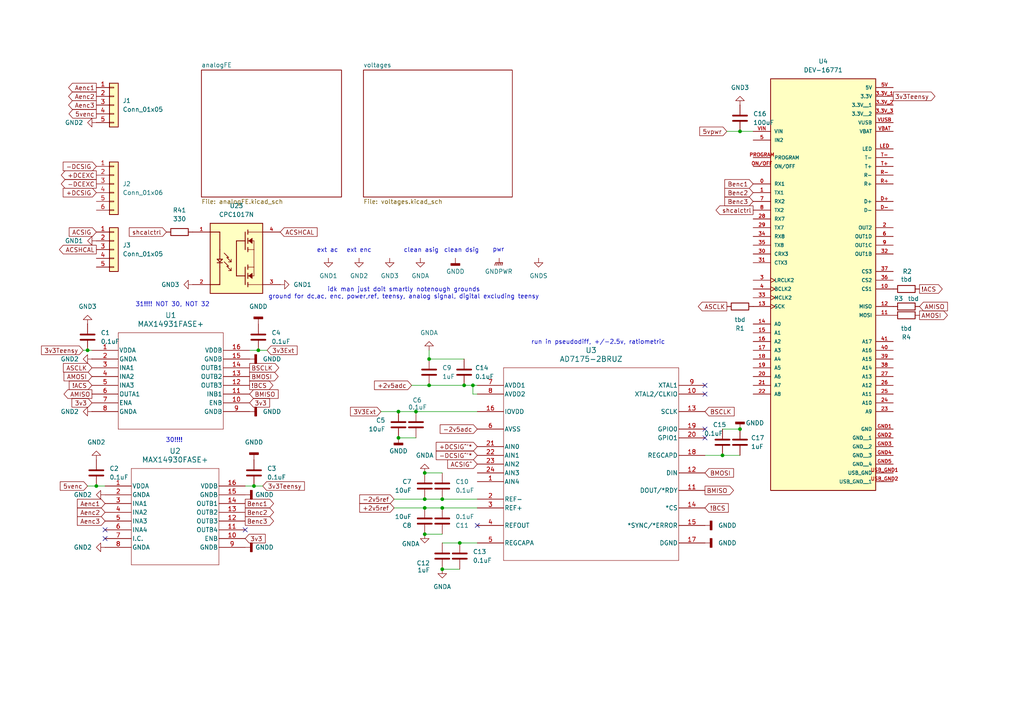
<source format=kicad_sch>
(kicad_sch (version 20231120) (generator "eeschema") (generator_version "8.0")
  (paper "A4")
  (lib_symbols
    (symbol "C_1" (pin_numbers hide) (pin_names (offset 0.254))
      (property "Reference" "C" (at 0.635 2.54 0))
      (property "Value" "C" (at 0.635 -2.54 0))
      (symbol "C_1_0_1"
        (polyline (pts (xy -2.032 -0.762) (xy 2.032 -0.762)) (stroke (width 0.508)))
        (polyline (pts (xy -2.032 0.762) (xy 2.032 0.762)) (stroke (width 0.508)))
      )
      (symbol "C_1_1_1"
        (pin passive line (at 0 3.81 270) (length 2.794) (name "~") (number "1"))
        (pin passive line (at 0 -3.81 90) (length 2.794) (name "~") (number "2"))
      )
    )
    (symbol "C_2" (pin_numbers hide) (pin_names (offset 0.254))
      (property "Reference" "C" (at 0.635 2.54 0))
      (property "Value" "C" (at 0.635 -2.54 0))
      (symbol "C_2_0_1"
        (polyline (pts (xy -2.032 -0.762) (xy 2.032 -0.762)) (stroke (width 0.508)))
        (polyline (pts (xy -2.032 0.762) (xy 2.032 0.762)) (stroke (width 0.508)))
      )
      (symbol "C_2_1_1"
        (pin passive line (at 0 3.81 270) (length 2.794) (name "~") (number "1"))
        (pin passive line (at 0 -3.81 90) (length 2.794) (name "~") (number "2"))
      )
    )
    (symbol "Connector_Generic:Conn_01x05" (pin_names (offset 1.016) hide)
      (property "Reference" "J" (at 0 7.62 0))
      (property "Value" "Conn_01x05" (at 0 -7.62 0))
      (symbol "Conn_01x05_1_1"
        (rectangle (start -1.27 -4.953) (end 0 -5.207) (stroke (width 0.1524)))
        (rectangle (start -1.27 -2.413) (end 0 -2.667) (stroke (width 0.1524)))
        (rectangle (start -1.27 0.127) (end 0 -0.127) (stroke (width 0.1524)))
        (rectangle (start -1.27 2.667) (end 0 2.413) (stroke (width 0.1524)))
        (rectangle (start -1.27 5.207) (end 0 4.953) (stroke (width 0.1524)))
        (rectangle (start -1.27 6.35) (end 1.27 -6.35) (stroke (width 0.254)) (fill (type background)))
        (pin passive line (at -5.08 5.08 0) (length 3.81) (name "Pin_1") (number "1"))
        (pin passive line (at -5.08 2.54 0) (length 3.81) (name "Pin_2") (number "2"))
        (pin passive line (at -5.08 0 0) (length 3.81) (name "Pin_3") (number "3"))
        (pin passive line (at -5.08 -2.54 0) (length 3.81) (name "Pin_4") (number "4"))
        (pin passive line (at -5.08 -5.08 0) (length 3.81) (name "Pin_5") (number "5"))
      )
    )
    (symbol "Connector_Generic:Conn_01x06" (pin_names (offset 1.016) hide)
      (property "Reference" "J" (at 0 7.62 0))
      (property "Value" "Conn_01x06" (at 0 -10.16 0))
      (symbol "Conn_01x06_1_1"
        (rectangle (start -1.27 -7.493) (end 0 -7.747) (stroke (width 0.1524)))
        (rectangle (start -1.27 -4.953) (end 0 -5.207) (stroke (width 0.1524)))
        (rectangle (start -1.27 -2.413) (end 0 -2.667) (stroke (width 0.1524)))
        (rectangle (start -1.27 0.127) (end 0 -0.127) (stroke (width 0.1524)))
        (rectangle (start -1.27 2.667) (end 0 2.413) (stroke (width 0.1524)))
        (rectangle (start -1.27 5.207) (end 0 4.953) (stroke (width 0.1524)))
        (rectangle (start -1.27 6.35) (end 1.27 -8.89) (stroke (width 0.254)) (fill (type background)))
        (pin passive line (at -5.08 5.08 0) (length 3.81) (name "Pin_1") (number "1"))
        (pin passive line (at -5.08 2.54 0) (length 3.81) (name "Pin_2") (number "2"))
        (pin passive line (at -5.08 0 0) (length 3.81) (name "Pin_3") (number "3"))
        (pin passive line (at -5.08 -2.54 0) (length 3.81) (name "Pin_4") (number "4"))
        (pin passive line (at -5.08 -5.08 0) (length 3.81) (name "Pin_5") (number "5"))
        (pin passive line (at -5.08 -7.62 0) (length 3.81) (name "Pin_6") (number "6"))
      )
    )
    (symbol "Device:C" (pin_numbers hide) (pin_names (offset 0.254))
      (property "Reference" "C" (at 0.635 2.54 0))
      (property "Value" "C" (at 0.635 -2.54 0))
      (symbol "C_0_1"
        (polyline (pts (xy -2.032 -0.762) (xy 2.032 -0.762)) (stroke (width 0.508)))
        (polyline (pts (xy -2.032 0.762) (xy 2.032 0.762)) (stroke (width 0.508)))
      )
      (symbol "C_1_1"
        (pin passive line (at 0 3.81 270) (length 2.794) (name "~") (number "1"))
        (pin passive line (at 0 -3.81 90) (length 2.794) (name "~") (number "2"))
      )
    )
    (symbol "Device:R" (pin_numbers hide) (pin_names (offset 0))
      (property "Reference" "R" (at 2.032 0 90))
      (property "Value" "R" (at 0 0 90))
      (symbol "R_0_1"
        (rectangle (start -1.016 -2.54) (end 1.016 2.54) (stroke (width 0.254)))
      )
      (symbol "R_1_1"
        (pin passive line (at 0 3.81 270) (length 1.27) (name "~") (number "1"))
        (pin passive line (at 0 -3.81 90) (length 1.27) (name "~") (number "2"))
      )
    )
    (symbol "GNDA_1" (power) (pin_numbers hide) (pin_names (offset 0) hide)
      (property "Value" "GNDA" (at 0 -3.81 0))
      (symbol "GNDA_1_0_1"
        (polyline (pts (xy 0 0) (xy 0 -1.27) (xy 1.27 -1.27) (xy 0 -2.54) (xy -1.27 -1.27) (xy 0 -1.27)))
      )
      (symbol "GNDA_1_1_1"
        (pin power_in line (at 0 0 270) (length 0) (name "~") (number "1"))
      )
    )
    (symbol "GNDD_1" (power) (pin_numbers hide) (pin_names (offset 0) hide)
      (property "Value" "GNDD" (at 0 -3.175 0))
      (symbol "GNDD_1_0_1"
        (rectangle (start -1.27 -1.524) (end 1.27 -2.032) (stroke (width 0.254)) (fill (type outline)))
        (polyline (pts (xy 0 0) (xy 0 -1.524)))
      )
      (symbol "GNDD_1_1_1"
        (pin power_in line (at 0 0 270) (length 0) (name "~") (number "1"))
      )
    )
    (symbol "dyno_inst_sym:AD7175-2BRUZ" (pin_names (offset 0.254))
      (property "Reference" "U" (at 33.02 10.16 0))
      (property "Value" "AD7175-2BRUZ" (at 33.02 7.62 0))
      (symbol "AD7175-2BRUZ_0_1"
        (polyline (pts (xy 7.62 -50.8) (xy 58.42 -50.8)) (stroke (width 0.127)))
        (polyline (pts (xy 7.62 5.08) (xy 7.62 -50.8)) (stroke (width 0.127)))
        (polyline (pts (xy 58.42 -50.8) (xy 58.42 5.08)) (stroke (width 0.127)))
        (polyline (pts (xy 58.42 5.08) (xy 7.62 5.08)) (stroke (width 0.127)))
        (pin unspecified line (at 0 -27.94 0) (length 7.62) (name "AIN4") (number "1"))
        (pin unspecified line (at 66.04 -2.54 180) (length 7.62) (name "XTAL2/CLKIO") (number "10"))
        (pin unspecified line (at 66.04 -30.48 180) (length 7.62) (name "DOUT/*RDY") (number "11"))
        (pin unspecified line (at 66.04 -25.4 180) (length 7.62) (name "DIN") (number "12"))
        (pin unspecified line (at 66.04 -7.62 180) (length 7.62) (name "SCLK") (number "13"))
        (pin unspecified line (at 66.04 -35.56 180) (length 7.62) (name "*CS") (number "14"))
        (pin unspecified line (at 66.04 -40.64 180) (length 7.62) (name "*SYNC/*ERROR") (number "15"))
        (pin unspecified line (at 0 -7.62 0) (length 7.62) (name "IOVDD") (number "16"))
        (pin unspecified line (at 66.04 -45.72 180) (length 7.62) (name "DGND") (number "17"))
        (pin unspecified line (at 66.04 -20.32 180) (length 7.62) (name "REGCAPD") (number "18"))
        (pin unspecified line (at 66.04 -12.7 180) (length 7.62) (name "GPIO0") (number "19"))
        (pin unspecified line (at 0 -33.02 0) (length 7.62) (name "REF-") (number "2"))
        (pin unspecified line (at 66.04 -15.24 180) (length 7.62) (name "GPIO1") (number "20"))
        (pin unspecified line (at 0 -17.78 0) (length 7.62) (name "AIN0") (number "21"))
        (pin unspecified line (at 0 -20.32 0) (length 7.62) (name "AIN1") (number "22"))
        (pin unspecified line (at 0 -22.86 0) (length 7.62) (name "AIN2") (number "23"))
        (pin unspecified line (at 0 -25.4 0) (length 7.62) (name "AIN3") (number "24"))
        (pin unspecified line (at 0 -35.56 0) (length 7.62) (name "REF+") (number "3"))
        (pin unspecified line (at 0 -40.64 0) (length 7.62) (name "REFOUT") (number "4"))
        (pin unspecified line (at 0 -45.72 0) (length 7.62) (name "REGCAPA") (number "5"))
        (pin unspecified line (at 0 -12.7 0) (length 7.62) (name "AVSS") (number "6"))
        (pin unspecified line (at 0 0 0) (length 7.62) (name "AVDD1") (number "7"))
        (pin unspecified line (at 0 -2.54 0) (length 7.62) (name "AVDD2") (number "8"))
        (pin unspecified line (at 66.04 0 180) (length 7.62) (name "XTAL1") (number "9"))
      )
    )
    (symbol "dyno_inst_sym:CPC1017N" (pin_names (offset 1.016))
      (property "Reference" "U" (at -7.62 10.16 0))
      (property "Value" "CPC1017N" (at -7.62 -12.7 0))
      (symbol "CPC1017N_0_0"
        (rectangle (start -7.62 -10.16) (end 7.62 10.16) (stroke (width 0.254)) (fill (type background)))
        (polyline (pts (xy -7.62 -7.62) (xy -5.08 -7.62)) (stroke (width 0.254)))
        (polyline (pts (xy -7.62 7.62) (xy -5.08 7.62)) (stroke (width 0.254)))
        (polyline (pts (xy -5.588 -1.27) (xy -4.064 -1.27)) (stroke (width 0.254)))
        (polyline (pts (xy -5.588 -0.254) (xy -4.826 -1.016)) (stroke (width 0.254)))
        (polyline (pts (xy -4.826 -7.62) (xy -5.08 -7.62)) (stroke (width 0.254)))
        (polyline (pts (xy -4.826 -2.54) (xy -4.826 -7.62)) (stroke (width 0.254)))
        (polyline (pts (xy -4.826 -1.27) (xy -4.826 -2.54)) (stroke (width 0.254)))
        (polyline (pts (xy -4.826 -1.016) (xy -4.064 -0.254)) (stroke (width 0.254)))
        (polyline (pts (xy -4.826 -0.254) (xy -5.588 -0.254)) (stroke (width 0.254)))
        (polyline (pts (xy -4.826 -0.254) (xy -4.064 -0.254)) (stroke (width 0.254)))
        (polyline (pts (xy -4.826 2.54) (xy -4.826 -0.254)) (stroke (width 0.254)))
        (polyline (pts (xy -4.826 2.54) (xy -4.826 7.62)) (stroke (width 0.254)))
        (polyline (pts (xy -4.826 7.62) (xy -5.08 7.62)) (stroke (width 0.254)))
        (polyline (pts (xy -3.556 -1.016) (xy -2.286 -2.286)) (stroke (width 0.2032)))
        (polyline (pts (xy -3.556 1.524) (xy -2.286 0.254)) (stroke (width 0.2032)))
        (polyline (pts (xy -2.794 -2.286) (xy -1.524 -3.556)) (stroke (width 0.2032)))
        (polyline (pts (xy -2.794 0.254) (xy -1.524 -1.016)) (stroke (width 0.2032)))
        (polyline (pts (xy -2.286 -2.286) (xy -2.794 -2.286)) (stroke (width 0.2032)))
        (polyline (pts (xy -2.286 0.254) (xy -2.794 0.254)) (stroke (width 0.2032)))
        (polyline (pts (xy -1.524 -3.556) (xy -2.286 -3.556)) (stroke (width 0.2032)))
        (polyline (pts (xy -1.524 -3.556) (xy -1.524 -2.794)) (stroke (width 0.2032)))
        (polyline (pts (xy -1.524 -1.016) (xy -2.286 -1.016)) (stroke (width 0.2032)))
        (polyline (pts (xy -1.524 -1.016) (xy -1.524 -0.254)) (stroke (width 0.2032)))
        (polyline (pts (xy 0 -5.08) (xy 2.54 -5.08)) (stroke (width 0.254)))
        (polyline (pts (xy 0 5.08) (xy 0 -5.08)) (stroke (width 0.254)))
        (polyline (pts (xy 2.54 -5.08) (xy 2.54 -7.62)) (stroke (width 0.254)))
        (polyline (pts (xy 2.54 -2.54) (xy 2.54 -5.08)) (stroke (width 0.254)))
        (polyline (pts (xy 2.54 5.08) (xy 0 5.08)) (stroke (width 0.254)))
        (polyline (pts (xy 2.54 5.08) (xy 2.54 2.54)) (stroke (width 0.254)))
        (polyline (pts (xy 2.54 7.62) (xy 2.54 5.08)) (stroke (width 0.254)))
        (polyline (pts (xy 3.302 -7.62) (xy 3.302 -8.255)) (stroke (width 0.254)))
        (polyline (pts (xy 3.302 -7.62) (xy 7.62 -7.62)) (stroke (width 0.1524)))
        (polyline (pts (xy 3.302 -6.985) (xy 3.302 -7.62)) (stroke (width 0.254)))
        (polyline (pts (xy 3.302 -5.08) (xy 3.302 -5.842)) (stroke (width 0.254)))
        (polyline (pts (xy 3.302 -5.08) (xy 5.08 -5.08)) (stroke (width 0.1524)))
        (polyline (pts (xy 3.302 -4.318) (xy 3.302 -5.08)) (stroke (width 0.254)))
        (polyline (pts (xy 3.302 -2.54) (xy 3.302 -3.175)) (stroke (width 0.254)))
        (polyline (pts (xy 3.302 -1.905) (xy 3.302 -2.54)) (stroke (width 0.254)))
        (polyline (pts (xy 3.302 2.54) (xy 3.302 1.905)) (stroke (width 0.254)))
        (polyline (pts (xy 3.302 3.175) (xy 3.302 2.54)) (stroke (width 0.254)))
        (polyline (pts (xy 3.302 5.08) (xy 3.302 4.318)) (stroke (width 0.254)))
        (polyline (pts (xy 3.302 5.08) (xy 5.08 5.08)) (stroke (width 0.1524)))
        (polyline (pts (xy 3.302 5.842) (xy 3.302 5.08)) (stroke (width 0.254)))
        (polyline (pts (xy 3.302 7.62) (xy 3.302 6.985)) (stroke (width 0.254)))
        (polyline (pts (xy 3.302 7.62) (xy 7.62 7.62)) (stroke (width 0.1524)))
        (polyline (pts (xy 3.302 8.255) (xy 3.302 7.62)) (stroke (width 0.254)))
        (polyline (pts (xy 5.08 -2.54) (xy 3.302 -2.54)) (stroke (width 0.1524)))
        (polyline (pts (xy 5.08 -2.54) (xy 5.08 -5.08)) (stroke (width 0.1524)))
        (polyline (pts (xy 5.08 2.54) (xy 3.302 2.54)) (stroke (width 0.1524)))
        (polyline (pts (xy 5.08 2.54) (xy 5.08 -2.54)) (stroke (width 0.1524)))
        (polyline (pts (xy 5.08 5.08) (xy 5.08 2.54)) (stroke (width 0.1524)))
        (polyline (pts (xy 3.556 -5.08) (xy 4.572 -4.318) (xy 4.572 -5.842) (xy 3.556 -5.08)) (stroke (width 0.1524)) (fill (type outline)))
        (polyline (pts (xy 3.556 5.08) (xy 4.572 5.842) (xy 4.572 4.318) (xy 3.556 5.08)) (stroke (width 0.1524)) (fill (type outline)))
        (pin passive line (at -12.7 7.62 0) (length 5.08) (name "~") (number "1"))
        (pin passive line (at -12.7 -7.62 0) (length 5.08) (name "~") (number "2"))
        (pin passive line (at 12.7 -7.62 180) (length 5.08) (name "~") (number "3"))
        (pin passive line (at 12.7 7.62 180) (length 5.08) (name "~") (number "4"))
      )
    )
    (symbol "dyno_inst_sym:DEV-16771" (pin_names (offset 1.016))
      (property "Reference" "U5" (at 0 55.245 0))
      (property "Value" "DEV-16771" (at 0 52.705 0))
      (symbol "DEV-16771_0_0"
        (rectangle (start -15.24 -68.58) (end 15.24 50.8) (stroke (width 0.254)) (fill (type background)))
        (pin bidirectional line (at -20.32 20.32 0) (length 5.08) (name "RX1") (number "0"))
        (pin bidirectional line (at -20.32 17.78 0) (length 5.08) (name "TX1") (number "1"))
        (pin bidirectional line (at 20.32 -10.16 180) (length 5.08) (name "CS1") (number "10"))
        (pin bidirectional line (at 20.32 -17.78 180) (length 5.08) (name "MOSI") (number "11"))
        (pin bidirectional line (at 20.32 -15.24 180) (length 5.08) (name "MISO") (number "12"))
        (pin bidirectional clock (at -20.32 -15.24 0) (length 5.08) (name "SCK") (number "13"))
        (pin bidirectional line (at -20.32 -20.32 0) (length 5.08) (name "A0") (number "14"))
        (pin bidirectional line (at -20.32 -22.86 0) (length 5.08) (name "A1") (number "15"))
        (pin bidirectional line (at -20.32 -25.4 0) (length 5.08) (name "A2") (number "16"))
        (pin bidirectional line (at -20.32 -27.94 0) (length 5.08) (name "A3") (number "17"))
        (pin bidirectional line (at -20.32 -30.48 0) (length 5.08) (name "A4") (number "18"))
        (pin bidirectional line (at -20.32 -33.02 0) (length 5.08) (name "A5") (number "19"))
        (pin output line (at 20.32 7.62 180) (length 5.08) (name "OUT2") (number "2"))
        (pin bidirectional line (at -20.32 -35.56 0) (length 5.08) (name "A6") (number "20"))
        (pin bidirectional line (at -20.32 -38.1 0) (length 5.08) (name "A7") (number "21"))
        (pin bidirectional line (at -20.32 -40.64 0) (length 5.08) (name "A8") (number "22"))
        (pin bidirectional line (at 20.32 -45.72 180) (length 5.08) (name "A9") (number "23"))
        (pin bidirectional line (at 20.32 -43.18 180) (length 5.08) (name "A10") (number "24"))
        (pin bidirectional line (at 20.32 -40.64 180) (length 5.08) (name "A11") (number "25"))
        (pin bidirectional line (at 20.32 -38.1 180) (length 5.08) (name "A12") (number "26"))
        (pin bidirectional line (at 20.32 -35.56 180) (length 5.08) (name "A13") (number "27"))
        (pin bidirectional line (at -20.32 10.16 0) (length 5.08) (name "RX7") (number "28"))
        (pin bidirectional line (at -20.32 7.62 0) (length 5.08) (name "TX7") (number "29"))
        (pin bidirectional clock (at -20.32 -7.62 0) (length 5.08) (name "LRCLK2") (number "3"))
        (pin power_in line (at 20.32 45.72 180) (length 5.08) (name "3.3V") (number "3.3V_1"))
        (pin power_in line (at 20.32 43.18 180) (length 5.08) (name "3.3V__1") (number "3.3V_2"))
        (pin power_in line (at 20.32 40.64 180) (length 5.08) (name "3.3V__2") (number "3.3V_3"))
        (pin bidirectional line (at -20.32 0 0) (length 5.08) (name "CRX3") (number "30"))
        (pin bidirectional line (at -20.32 -2.54 0) (length 5.08) (name "CTX3") (number "31"))
        (pin output line (at 20.32 0 180) (length 5.08) (name "OUT1B") (number "32"))
        (pin bidirectional clock (at -20.32 -12.7 0) (length 5.08) (name "MCLK2") (number "33"))
        (pin bidirectional line (at -20.32 5.08 0) (length 5.08) (name "RX8") (number "34"))
        (pin bidirectional line (at -20.32 2.54 0) (length 5.08) (name "TX8") (number "35"))
        (pin bidirectional line (at 20.32 -7.62 180) (length 5.08) (name "CS2") (number "36"))
        (pin bidirectional line (at 20.32 -5.08 180) (length 5.08) (name "CS3") (number "37"))
        (pin bidirectional line (at 20.32 -33.02 180) (length 5.08) (name "A14") (number "38"))
        (pin bidirectional line (at 20.32 -30.48 180) (length 5.08) (name "A15") (number "39"))
        (pin bidirectional clock (at -20.32 -10.16 0) (length 5.08) (name "BCLK2") (number "4"))
        (pin bidirectional line (at 20.32 -27.94 180) (length 5.08) (name "A16") (number "40"))
        (pin bidirectional line (at 20.32 -25.4 180) (length 5.08) (name "A17") (number "41"))
        (pin bidirectional line (at -20.32 33.02 0) (length 5.08) (name "IN2") (number "5"))
        (pin power_in line (at 20.32 48.26 180) (length 5.08) (name "5V") (number "5V"))
        (pin output line (at 20.32 5.08 180) (length 5.08) (name "OUT1D") (number "6"))
        (pin bidirectional line (at -20.32 15.24 0) (length 5.08) (name "RX2") (number "7"))
        (pin bidirectional line (at -20.32 12.7 0) (length 5.08) (name "TX2") (number "8"))
        (pin output line (at 20.32 2.54 180) (length 5.08) (name "OUT1C") (number "9"))
        (pin bidirectional line (at 20.32 15.24 180) (length 5.08) (name "D+") (number "D+"))
        (pin bidirectional line (at 20.32 12.7 180) (length 5.08) (name "D-") (number "D-"))
        (pin power_in line (at 20.32 -50.8 180) (length 5.08) (name "GND") (number "GND1"))
        (pin power_in line (at 20.32 -53.34 180) (length 5.08) (name "GND__1") (number "GND2"))
        (pin power_in line (at 20.32 -55.88 180) (length 5.08) (name "GND__2") (number "GND3"))
        (pin power_in line (at 20.32 -58.42 180) (length 5.08) (name "GND__3") (number "GND4"))
        (pin power_in line (at 20.32 -60.96 180) (length 5.08) (name "GND__4") (number "GND5"))
        (pin bidirectional line (at 20.32 30.48 180) (length 5.08) (name "LED") (number "LED"))
        (pin bidirectional line (at -20.32 25.4 0) (length 5.08) (name "ON/OFF") (number "ON/OFF"))
        (pin bidirectional line (at -20.32 27.94 0) (length 5.08) (name "PROGRAM") (number "PROGRAM"))
        (pin bidirectional line (at 20.32 20.32 180) (length 5.08) (name "R+") (number "R+"))
        (pin bidirectional line (at 20.32 22.86 180) (length 5.08) (name "R-") (number "R-"))
        (pin bidirectional line (at 20.32 25.4 180) (length 5.08) (name "T+") (number "T+"))
        (pin bidirectional line (at 20.32 27.94 180) (length 5.08) (name "T-") (number "T-"))
        (pin power_in line (at 20.32 -63.5 180) (length 5.08) (name "USB_GND") (number "USB_GND1"))
        (pin power_in line (at 20.32 -66.04 180) (length 5.08) (name "USB_GND__1") (number "USB_GND2"))
        (pin passive line (at 20.32 35.56 180) (length 5.08) (name "VBAT") (number "VBAT"))
        (pin input line (at -20.32 35.56 0) (length 5.08) (name "VIN") (number "VIN"))
        (pin passive line (at 20.32 38.1 180) (length 5.08) (name "VUSB") (number "VUSB"))
      )
    )
    (symbol "dyno_inst_sym:MAX14930FASE+" (pin_names (offset 0.254))
      (property "Reference" "U" (at 20.32 10.16 0))
      (property "Value" "MAX14930FASE+" (at 20.32 7.62 0))
      (symbol "MAX14930FASE+_0_1"
        (polyline (pts (xy 7.62 -22.86) (xy 33.02 -22.86)) (stroke (width 0.127)))
        (polyline (pts (xy 7.62 5.08) (xy 7.62 -22.86)) (stroke (width 0.127)))
        (polyline (pts (xy 33.02 -22.86) (xy 33.02 5.08)) (stroke (width 0.127)))
        (polyline (pts (xy 33.02 5.08) (xy 7.62 5.08)) (stroke (width 0.127)))
        (pin power_in line (at 0 0 0) (length 7.62) (name "VDDA") (number "1"))
        (pin unspecified line (at 40.64 -15.24 180) (length 7.62) (name "ENB") (number "10"))
        (pin output line (at 40.64 -12.7 180) (length 7.62) (name "OUTB4") (number "11"))
        (pin output line (at 40.64 -10.16 180) (length 7.62) (name "OUTB3") (number "12"))
        (pin output line (at 40.64 -7.62 180) (length 7.62) (name "OUTB2") (number "13"))
        (pin output line (at 40.64 -5.08 180) (length 7.62) (name "OUTB1") (number "14"))
        (pin power_out line (at 40.64 -2.54 180) (length 7.62) (name "GNDB") (number "15"))
        (pin power_in line (at 40.64 0 180) (length 7.62) (name "VDDB") (number "16"))
        (pin power_out line (at 0 -2.54 0) (length 7.62) (name "GNDA") (number "2"))
        (pin bidirectional line (at 0 -5.08 0) (length 7.62) (name "INA1") (number "3"))
        (pin bidirectional line (at 0 -7.62 0) (length 7.62) (name "INA2") (number "4"))
        (pin bidirectional line (at 0 -10.16 0) (length 7.62) (name "INA3") (number "5"))
        (pin bidirectional line (at 0 -12.7 0) (length 7.62) (name "INA4") (number "6"))
        (pin unspecified line (at 0 -15.24 0) (length 7.62) (name "I.C.") (number "7"))
        (pin power_out line (at 0 -17.78 0) (length 7.62) (name "GNDA") (number "8"))
        (pin power_out line (at 40.64 -17.78 180) (length 7.62) (name "GNDB") (number "9"))
      )
    )
    (symbol "dyno_inst_sym:MAX14931FASE+" (pin_names (offset 0.254))
      (property "Reference" "U" (at 22.86 10.16 0))
      (property "Value" "MAX14931FASE+" (at 22.86 7.62 0))
      (symbol "MAX14931FASE+_0_1"
        (polyline (pts (xy 7.62 -22.86) (xy 38.1 -22.86)) (stroke (width 0.127)))
        (polyline (pts (xy 7.62 5.08) (xy 7.62 -22.86)) (stroke (width 0.127)))
        (polyline (pts (xy 38.1 -22.86) (xy 38.1 5.08)) (stroke (width 0.127)))
        (polyline (pts (xy 38.1 5.08) (xy 7.62 5.08)) (stroke (width 0.127)))
        (pin power_in line (at 0 0 0) (length 7.62) (name "VDDA") (number "1"))
        (pin unspecified line (at 45.72 -15.24 180) (length 7.62) (name "ENB") (number "10"))
        (pin unspecified line (at 45.72 -12.7 180) (length 7.62) (name "INB1") (number "11"))
        (pin output line (at 45.72 -10.16 180) (length 7.62) (name "OUTB3") (number "12"))
        (pin output line (at 45.72 -7.62 180) (length 7.62) (name "OUTB2") (number "13"))
        (pin output line (at 45.72 -5.08 180) (length 7.62) (name "OUTB1") (number "14"))
        (pin power_out line (at 45.72 -2.54 180) (length 7.62) (name "GNDB") (number "15"))
        (pin power_in line (at 45.72 0 180) (length 7.62) (name "VDDB") (number "16"))
        (pin power_out line (at 0 -2.54 0) (length 7.62) (name "GNDA") (number "2"))
        (pin bidirectional line (at 0 -5.08 0) (length 7.62) (name "INA1") (number "3"))
        (pin bidirectional line (at 0 -7.62 0) (length 7.62) (name "INA2") (number "4"))
        (pin bidirectional line (at 0 -10.16 0) (length 7.62) (name "INA3") (number "5"))
        (pin output line (at 0 -12.7 0) (length 7.62) (name "OUTA1") (number "6"))
        (pin unspecified line (at 0 -15.24 0) (length 7.62) (name "ENA") (number "7"))
        (pin power_out line (at 0 -17.78 0) (length 7.62) (name "GNDA") (number "8"))
        (pin power_out line (at 45.72 -17.78 180) (length 7.62) (name "GNDB") (number "9"))
      )
    )
    (symbol "power:GND1" (power) (pin_numbers hide) (pin_names (offset 0) hide)
      (property "Value" "GND1" (at 0 -3.81 0))
      (symbol "GND1_0_1"
        (polyline (pts (xy 0 0) (xy 0 -1.27) (xy 1.27 -1.27) (xy 0 -2.54) (xy -1.27 -1.27) (xy 0 -1.27)))
      )
      (symbol "GND1_1_1"
        (pin power_in line (at 0 0 270) (length 0) (name "~") (number "1"))
      )
    )
    (symbol "power:GND2" (power) (pin_numbers hide) (pin_names (offset 0) hide)
      (property "Value" "GND2" (at 0 -3.81 0))
      (symbol "GND2_0_1"
        (polyline (pts (xy 0 0) (xy 0 -1.27) (xy 1.27 -1.27) (xy 0 -2.54) (xy -1.27 -1.27) (xy 0 -1.27)))
      )
      (symbol "GND2_1_1"
        (pin power_in line (at 0 0 270) (length 0) (name "~") (number "1"))
      )
    )
    (symbol "power:GND3" (power) (pin_numbers hide) (pin_names (offset 0) hide)
      (property "Value" "GND3" (at 0 -3.81 0))
      (symbol "GND3_0_1"
        (polyline (pts (xy 0 0) (xy 0 -1.27) (xy 1.27 -1.27) (xy 0 -2.54) (xy -1.27 -1.27) (xy 0 -1.27)))
      )
      (symbol "GND3_1_1"
        (pin power_in line (at 0 0 270) (length 0) (name "~") (number "1"))
      )
    )
    (symbol "power:GNDA" (power) (pin_names (offset 0))
      (property "Value" "GNDA" (at 0 -3.81 0))
      (symbol "GNDA_0_1"
        (polyline (pts (xy 0 0) (xy 0 -1.27) (xy 1.27 -1.27) (xy 0 -2.54) (xy -1.27 -1.27) (xy 0 -1.27)))
      )
      (symbol "GNDA_1_1"
        (pin power_in line (at 0 0 270) (length 0) hide (name "GNDA") (number "1"))
      )
    )
    (symbol "power:GNDD" (power) (pin_names (offset 0))
      (property "Value" "GNDD" (at 0 -3.175 0))
      (symbol "GNDD_0_1"
        (rectangle (start -1.27 -1.524) (end 1.27 -2.032) (stroke (width 0.254)) (fill (type outline)))
        (polyline (pts (xy 0 0) (xy 0 -1.524)))
      )
      (symbol "GNDD_1_1"
        (pin power_in line (at 0 0 270) (length 0) hide (name "GNDD") (number "1"))
      )
    )
    (symbol "power:GNDPWR" (power) (pin_numbers hide) (pin_names (offset 0) hide)
      (property "Value" "GNDPWR" (at 0 -3.302 0))
      (symbol "GNDPWR_0_1"
        (polyline (pts (xy 0 -1.27) (xy 0 0)))
        (polyline (pts (xy -1.016 -1.27) (xy -1.27 -2.032) (xy -1.27 -2.032)) (stroke (width 0.2032)))
        (polyline (pts (xy -0.508 -1.27) (xy -0.762 -2.032) (xy -0.762 -2.032)) (stroke (width 0.2032)))
        (polyline (pts (xy 0 -1.27) (xy -0.254 -2.032) (xy -0.254 -2.032)) (stroke (width 0.2032)))
        (polyline (pts (xy 0.508 -1.27) (xy 0.254 -2.032) (xy 0.254 -2.032)) (stroke (width 0.2032)))
        (polyline (pts (xy 1.016 -1.27) (xy -1.016 -1.27) (xy -1.016 -1.27)) (stroke (width 0.2032)))
        (polyline (pts (xy 1.016 -1.27) (xy 0.762 -2.032) (xy 0.762 -2.032) (xy 0.762 -2.032)) (stroke (width 0.2032)))
      )
      (symbol "GNDPWR_1_1"
        (pin power_in line (at 0 0 270) (length 0) (name "~") (number "1"))
      )
    )
    (symbol "power:GNDS" (power) (pin_numbers hide) (pin_names (offset 0) hide)
      (property "Value" "GNDS" (at 0 -3.81 0))
      (symbol "GNDS_0_1"
        (polyline (pts (xy 0 0) (xy 0 -1.27) (xy 1.27 -1.27) (xy 0 -2.54) (xy -1.27 -1.27) (xy 0 -1.27)))
      )
      (symbol "GNDS_1_1"
        (pin power_in line (at 0 0 270) (length 0) (name "~") (number "1"))
      )
    )
  )
  (junction (at 137.16 111.76))
  (junction (at 128.27 147.32))
  (junction (at 74.93 101.6))
  (junction (at 124.46 104.14))
  (junction (at 209.55 132.08))
  (junction (at 123.19 154.94))
  (junction (at 27.94 140.97))
  (junction (at 115.57 119.38))
  (junction (at 128.27 144.78))
  (junction (at 134.62 111.76))
  (junction (at 133.35 157.48))
  (junction (at 25.4 101.6))
  (junction (at 120.65 119.38))
  (junction (at 115.57 127))
  (junction (at 123.19 137.16))
  (junction (at 124.46 111.76))
  (junction (at 123.19 147.32))
  (junction (at 73.66 140.97))
  (junction (at 123.19 144.78))
  (junction (at 214.63 38.1))
  (junction (at 128.27 165.1))
  (junction (at 214.63 124.46))
  (no_connect (at 204.47 111.76))
  (no_connect (at 71.12 153.67))
  (no_connect (at 138.43 152.4))
  (no_connect (at 204.47 127))
  (no_connect (at 204.47 114.3))
  (no_connect (at 204.47 124.46))
  (no_connect (at 30.48 153.67))
  (no_connect (at 30.48 156.21))
  (wire (pts (xy 138.43 114.3) (xy 137.16 114.3)))
  (wire (pts (xy 77.47 101.6) (xy 74.93 101.6)))
  (wire (pts (xy 204.47 132.08) (xy 209.55 132.08)))
  (wire (pts (xy 124.46 101.6) (xy 124.46 104.14)))
  (wire (pts (xy 27.94 140.97) (xy 30.48 140.97)))
  (wire (pts (xy 120.65 119.38) (xy 138.43 119.38)))
  (wire (pts (xy 123.19 137.16) (xy 128.27 137.16)))
  (wire (pts (xy 209.55 132.08) (xy 214.63 132.08)))
  (wire (pts (xy 123.19 147.32) (xy 128.27 147.32)))
  (wire (pts (xy 124.46 111.76) (xy 134.62 111.76)))
  (wire (pts (xy 25.4 140.97) (xy 27.94 140.97)))
  (wire (pts (xy 76.2 140.97) (xy 73.66 140.97)))
  (wire (pts (xy 133.35 157.48) (xy 138.43 157.48)))
  (wire (pts (xy 209.55 124.46) (xy 214.63 124.46)))
  (wire (pts (xy 128.27 157.48) (xy 133.35 157.48)))
  (wire (pts (xy 110.49 119.38) (xy 115.57 119.38)))
  (wire (pts (xy 24.13 101.6) (xy 25.4 101.6)))
  (wire (pts (xy 119.38 111.76) (xy 124.46 111.76)))
  (wire (pts (xy 114.3 144.78) (xy 123.19 144.78)))
  (wire (pts (xy 128.27 144.78) (xy 138.43 144.78)))
  (wire (pts (xy 25.4 101.6) (xy 26.67 101.6)))
  (wire (pts (xy 73.66 140.97) (xy 71.12 140.97)))
  (wire (pts (xy 115.57 127) (xy 120.65 127)))
  (wire (pts (xy 137.16 114.3) (xy 137.16 111.76)))
  (wire (pts (xy 74.93 101.6) (xy 72.39 101.6)))
  (wire (pts (xy 123.19 154.94) (xy 128.27 154.94)))
  (wire (pts (xy 128.27 147.32) (xy 138.43 147.32)))
  (wire (pts (xy 214.63 38.1) (xy 218.44 38.1)))
  (wire (pts (xy 114.3 147.32) (xy 123.19 147.32)))
  (wire (pts (xy 210.82 38.1) (xy 214.63 38.1)))
  (wire (pts (xy 128.27 165.1) (xy 133.35 165.1)))
  (wire (pts (xy 115.57 119.38) (xy 120.65 119.38)))
  (wire (pts (xy 134.62 111.76) (xy 137.16 111.76)))
  (wire (pts (xy 123.19 144.78) (xy 128.27 144.78)))
  (wire (pts (xy 124.46 104.14) (xy 134.62 104.14)))
  (wire (pts (xy 137.16 111.76) (xy 138.43 111.76)))
  (text "clean dsig" (at 133.858 72.644 0) (effects (font (size 1.27 1.27))))
  (text "pwr" (at 144.5731 72.4792 0) (effects (font (size 1.27 1.27))))
  (text "ext enc" (at 104.14 72.644 0) (effects (font (size 1.27 1.27))))
  (text "idk man just doit smartly notenough grounds\nground for dc,ac, enc, power,ref, teensy, analog signal, digital excluding teensy" (at 117.094 85.09 0) (effects (font (size 1.27 1.27))))
  (text "run in pseudodiff, +/-2.5v, ratiometric" (at 173.482 99.314 0) (effects (font (size 1.27 1.27))))
  (text "ext ac" (at 94.996 72.644 0) (effects (font (size 1.27 1.27))))
  (text "30!!!!" (at 50.546 127.762 0) (effects (font (size 1.27 1.27))))
  (text "clean asig" (at 122.174 72.644 0) (effects (font (size 1.27 1.27))))
  (text "31!!!! NOT 30, NOT 32" (at 50.038 88.392 0) (effects (font (size 1.27 1.27))))
  (global_label "3v3" (shape input) (at 72.39 116.84 0) (property "Intersheetrefs" "${INTERSHEET_REFS}" (effects (hide yes))))
  (global_label "Benc1" (shape output) (at 71.12 146.05 0) (property "Intersheetrefs" "${INTERSHEET_REFS}" (effects (hide yes))))
  (global_label "+2v5adc" (shape input) (at 119.38 111.76 180) (property "Intersheetrefs" "${INTERSHEET_REFS}" (effects (hide yes))))
  (global_label "!BCS" (shape output) (at 72.39 111.76 0) (property "Intersheetrefs" "${INTERSHEET_REFS}" (effects (hide yes))))
  (global_label "!ACS" (shape input) (at 26.67 111.76 180) (property "Intersheetrefs" "${INTERSHEET_REFS}" (effects (hide yes))))
  (global_label "Benc2" (shape output) (at 71.12 148.59 0) (property "Intersheetrefs" "${INTERSHEET_REFS}" (effects (hide yes))))
  (global_label "-2v5adc" (shape input) (at 138.43 124.46 180) (property "Intersheetrefs" "${INTERSHEET_REFS}" (effects (hide yes))))
  (global_label "AMOSI" (shape output) (at 266.7 91.44 0) (property "Intersheetrefs" "${INTERSHEET_REFS}" (effects (hide yes))))
  (global_label "shcalctrl" (shape input) (at 48.26 67.31 180) (property "Intersheetrefs" "${INTERSHEET_REFS}" (effects (hide yes))))
  (global_label "3V3Ext" (shape input) (at 110.49 119.38 180) (property "Intersheetrefs" "${INTERSHEET_REFS}" (effects (hide yes))))
  (global_label "BMISO" (shape input) (at 72.39 114.3 0) (property "Intersheetrefs" "${INTERSHEET_REFS}" (effects (hide yes))))
  (global_label "+2v5ref" (shape input) (at 114.3 147.32 180) (property "Intersheetrefs" "${INTERSHEET_REFS}" (effects (hide yes))))
  (global_label "BMOSI" (shape output) (at 72.39 109.22 0) (property "Intersheetrefs" "${INTERSHEET_REFS}" (effects (hide yes))))
  (global_label "5venc" (shape input) (at 25.4 140.97 180) (property "Intersheetrefs" "${INTERSHEET_REFS}" (effects (hide yes))))
  (global_label "!ACS" (shape output) (at 266.7 83.82 0) (property "Intersheetrefs" "${INTERSHEET_REFS}" (effects (hide yes))))
  (global_label "!BCS" (shape input) (at 204.47 147.32 0) (property "Intersheetrefs" "${INTERSHEET_REFS}" (effects (hide yes))))
  (global_label "ASCLK" (shape input) (at 26.67 106.68 180) (property "Intersheetrefs" "${INTERSHEET_REFS}" (effects (hide yes))))
  (global_label "Benc3" (shape input) (at 218.44 58.42 180) (property "Intersheetrefs" "${INTERSHEET_REFS}" (effects (hide yes))))
  (global_label "Aenc2" (shape output) (at 27.94 27.94 180) (property "Intersheetrefs" "${INTERSHEET_REFS}" (effects (hide yes))))
  (global_label "3v3Teensy" (shape output) (at 259.08 27.94 0) (property "Intersheetrefs" "${INTERSHEET_REFS}" (effects (hide yes))))
  (global_label "5venc" (shape output) (at 27.94 33.02 180) (property "Intersheetrefs" "${INTERSHEET_REFS}" (effects (hide yes))))
  (global_label "3v3Ext" (shape input) (at 77.47 101.6 0) (property "Intersheetrefs" "${INTERSHEET_REFS}" (effects (hide yes))))
  (global_label "5vpwr" (shape input) (at 210.82 38.1 180) (property "Intersheetrefs" "${INTERSHEET_REFS}" (effects (hide yes))))
  (global_label "+DCSIG^'*" (shape input) (at 138.43 129.54 180) (property "Intersheetrefs" "${INTERSHEET_REFS}" (effects (hide yes))))
  (global_label "3v3Teensy" (shape input) (at 24.13 101.6 180) (property "Intersheetrefs" "${INTERSHEET_REFS}" (effects (hide yes))))
  (global_label "Benc3" (shape output) (at 71.12 151.13 0) (property "Intersheetrefs" "${INTERSHEET_REFS}" (effects (hide yes))))
  (global_label "AMISO" (shape output) (at 26.67 114.3 180) (property "Intersheetrefs" "${INTERSHEET_REFS}" (effects (hide yes))))
  (global_label "BMOSI" (shape input) (at 204.47 137.16 0) (property "Intersheetrefs" "${INTERSHEET_REFS}" (effects (hide yes))))
  (global_label "3v3" (shape input) (at 26.67 116.84 180) (property "Intersheetrefs" "${INTERSHEET_REFS}" (effects (hide yes))))
  (global_label "Aenc1" (shape input) (at 30.48 146.05 180) (property "Intersheetrefs" "${INTERSHEET_REFS}" (effects (hide yes))))
  (global_label "3v3Teensy" (shape input) (at 76.2 140.97 0) (property "Intersheetrefs" "${INTERSHEET_REFS}" (effects (hide yes))))
  (global_label "ACSIG" (shape input) (at 27.94 67.31 180) (property "Intersheetrefs" "${INTERSHEET_REFS}" (effects (hide yes))))
  (global_label "Benc2" (shape input) (at 218.44 55.88 180) (property "Intersheetrefs" "${INTERSHEET_REFS}" (effects (hide yes))))
  (global_label "-2v5ref" (shape input) (at 114.3 144.78 180) (property "Intersheetrefs" "${INTERSHEET_REFS}" (effects (hide yes))))
  (global_label "ACSHCAL" (shape input) (at 81.28 67.31 0) (property "Intersheetrefs" "${INTERSHEET_REFS}" (effects (hide yes))))
  (global_label "+DCEXC" (shape output) (at 27.94 50.8 180) (property "Intersheetrefs" "${INTERSHEET_REFS}" (effects (hide yes))))
  (global_label "Aenc3" (shape input) (at 30.48 151.13 180) (property "Intersheetrefs" "${INTERSHEET_REFS}" (effects (hide yes))))
  (global_label "3v3" (shape input) (at 71.12 156.21 0) (property "Intersheetrefs" "${INTERSHEET_REFS}" (effects (hide yes))))
  (global_label "-DCSIG^'*" (shape input) (at 138.43 132.08 180) (property "Intersheetrefs" "${INTERSHEET_REFS}" (effects (hide yes))))
  (global_label "Aenc2" (shape input) (at 30.48 148.59 180) (property "Intersheetrefs" "${INTERSHEET_REFS}" (effects (hide yes))))
  (global_label "shcalctrl" (shape output) (at 218.44 60.96 180) (property "Intersheetrefs" "${INTERSHEET_REFS}" (effects (hide yes))))
  (global_label "Benc1" (shape input) (at 218.44 53.34 180) (property "Intersheetrefs" "${INTERSHEET_REFS}" (effects (hide yes))))
  (global_label "AMOSI" (shape input) (at 26.67 109.22 180) (property "Intersheetrefs" "${INTERSHEET_REFS}" (effects (hide yes))))
  (global_label "AMISO" (shape input) (at 266.7 88.9 0) (property "Intersheetrefs" "${INTERSHEET_REFS}" (effects (hide yes))))
  (global_label "BSCLK" (shape output) (at 72.39 106.68 0) (property "Intersheetrefs" "${INTERSHEET_REFS}" (effects (hide yes))))
  (global_label "-DCSIG" (shape input) (at 27.94 48.26 180) (property "Intersheetrefs" "${INTERSHEET_REFS}" (effects (hide yes))))
  (global_label "BMISO" (shape output) (at 204.47 142.24 0) (property "Intersheetrefs" "${INTERSHEET_REFS}" (effects (hide yes))))
  (global_label "Aenc1" (shape output) (at 27.94 25.4 180) (property "Intersheetrefs" "${INTERSHEET_REFS}" (effects (hide yes))))
  (global_label "+DCSIG" (shape input) (at 27.94 55.88 180) (property "Intersheetrefs" "${INTERSHEET_REFS}" (effects (hide yes))))
  (global_label "ASCLK" (shape output) (at 210.82 88.9 180) (property "Intersheetrefs" "${INTERSHEET_REFS}" (effects (hide yes))))
  (global_label "Aenc3" (shape output) (at 27.94 30.48 180) (property "Intersheetrefs" "${INTERSHEET_REFS}" (effects (hide yes))))
  (global_label "ACSIG^" (shape input) (at 138.43 134.62 180) (property "Intersheetrefs" "${INTERSHEET_REFS}" (effects (hide yes))))
  (global_label "BSCLK" (shape input) (at 204.47 119.38 0) (property "Intersheetrefs" "${INTERSHEET_REFS}" (effects (hide yes))))
  (global_label "-DCEXC" (shape output) (at 27.94 53.34 180) (property "Intersheetrefs" "${INTERSHEET_REFS}" (effects (hide yes))))
  (global_label "ACSHCAL" (shape output) (at 27.94 72.39 180) (property "Intersheetrefs" "${INTERSHEET_REFS}" (effects (hide yes))))
  (symbol (lib_id "power:GND3") (at 113.03 74.93 0) (unit 1)
    (property "Reference" "#PWR017" (effects (hide yes)))
    (property "Value" "GND3" (at 113.03 80.01 0))
    (property "Description" "Power symbol creates a global label with name \"GND3\" , ground" (effects (hide yes)))
  )
  (symbol (lib_id "power:GNDD") (at 115.57 127 0) (unit 1)
    (property "Reference" "#PWR018" (effects (hide yes)))
    (property "Value" "GNDD" (at 115.57 130.81 0))
  )
  (symbol (lib_id "power:GNDD") (at 74.93 93.98 180) (unit 1)
    (property "Reference" "#PWR014" (effects (hide yes)))
    (property "Value" "GNDD" (at 74.93 88.9 0))
  )
  (symbol (lib_id "dyno_inst_sym:MAX14931FASE+") (at 26.67 101.6 0) (unit 1)
    (property "Reference" "U1" (at 49.53 91.44 0) (effects (font (size 1.524 1.524))))
    (property "Value" "MAX14931FASE+" (at 49.53 93.98 0) (effects (font (size 1.524 1.524))))
    (property "Footprint" "dynoinst_fp:21-0041_S16&plus_1_MXM_1" (effects (hide yes)))
    (property "Datasheet" "MAX14931FASE+" (effects (hide yes)))
  )
  (symbol (lib_id "power:GNDPWR") (at 144.78 74.93 0) (unit 1)
    (property "Reference" "#PWR025" (effects (hide yes)))
    (property "Value" "GNDPWR" (at 144.653 78.74 0))
    (property "Description" "Power symbol creates a global label with name \"GNDPWR\" , global ground" (effects (hide yes)))
  )
  (symbol (lib_id "power:GND3") (at 214.63 30.48 180) (unit 1)
    (property "Reference" "#PWR029" (effects (hide yes)))
    (property "Value" "GND3" (at 214.63 25.4 0))
    (property "Description" "Power symbol creates a global label with name \"GND3\" , ground" (effects (hide yes)))
  )
  (symbol (lib_id "Device:R") (at 262.89 91.44 90) (mirror x) (unit 1)
    (property "Reference" "R4" (at 262.89 97.79 90))
    (property "Value" "tbd" (at 262.89 95.25 90))
    (property "Footprint" "Resistor_SMD:R_0402_1005Metric" (effects (hide yes)))
    (property "Description" "Resistor" (effects (hide yes)))
  )
  (symbol (lib_id "power:GNDD") (at 204.47 157.48 90) (unit 1)
    (property "Reference" "#PWR028" (effects (hide yes)))
    (property "Value" "GNDD" (at 208.28 157.48 90) (effects (justify right)))
  )
  (symbol (lib_id "Device:C") (at 120.65 123.19 0) (unit 1)
    (property "Reference" "C6" (at 119.634 116.078 0) (effects (justify left)))
    (property "Value" "0.1uF" (at 118.364 118.11 0) (effects (justify left)))
    (property "Footprint" "Capacitor_SMD:C_0402_1005Metric" (effects (hide yes)))
  )
  (symbol (lib_id "Device:C") (at 134.62 107.95 0) (unit 1)
    (property "Reference" "C14" (at 137.795 106.68 0) (effects (justify left)))
    (property "Value" "0.1uF" (at 137.795 109.22 0) (effects (justify left)))
    (property "Footprint" "Capacitor_SMD:C_0402_1005Metric" (effects (hide yes)))
  )
  (symbol (lib_id "power:GNDD") (at 73.66 133.35 180) (unit 1)
    (property "Reference" "#PWR013" (effects (hide yes)))
    (property "Value" "GNDD" (at 73.66 128.27 0))
  )
  (symbol (lib_id "power:GND3") (at 55.88 82.55 270) (unit 1)
    (property "Reference" "#PWR090" (effects (hide yes)))
    (property "Value" "GND3" (at 52.07 82.5499 90) (effects (justify right)))
    (property "Description" "Power symbol creates a global label with name \"GND3\" , ground" (effects (hide yes)))
  )
  (symbol (lib_id "power:GNDD") (at 214.63 124.46 180) (unit 1)
    (property "Reference" "#PWR030" (effects (hide yes)))
    (property "Value" "GNDD" (at 218.948 122.682 0))
  )
  (symbol (lib_name "C_2") (lib_id "Device:C") (at 214.63 34.29 0) (unit 1)
    (property "Reference" "C16" (at 218.44 33.0199 0) (effects (justify left)))
    (property "Value" "100uF" (at 218.44 35.5599 0) (effects (justify left)))
    (property "Footprint" "Capacitor_SMD:C_0603_1608Metric" (effects (hide yes)))
    (property "Description" "Unpolarized capacitor" (effects (hide yes)))
  )
  (symbol (lib_name "C_2") (lib_id "Device:C") (at 25.4 97.79 0) (unit 1)
    (property "Reference" "C1" (at 29.21 96.5199 0) (effects (justify left)))
    (property "Value" "0.1uF" (at 29.21 99.0599 0) (effects (justify left)))
    (property "Footprint" "Capacitor_SMD:C_0402_1005Metric" (effects (hide yes)))
    (property "Description" "Unpolarized capacitor" (effects (hide yes)))
  )
  (symbol (lib_id "power:GNDA") (at 124.46 101.6 180) (unit 1)
    (property "Reference" "#PWR022" (effects (hide yes)))
    (property "Value" "GNDA" (at 124.46 96.52 0))
  )
  (symbol (lib_id "power:GND2") (at 104.14 74.93 0) (unit 1)
    (property "Reference" "#PWR016" (effects (hide yes)))
    (property "Value" "GND2" (at 104.14 80.01 0))
    (property "Description" "Power symbol creates a global label with name \"GND2\" , ground" (effects (hide yes)))
  )
  (symbol (lib_id "power:GNDD") (at 71.12 143.51 90) (unit 1)
    (property "Reference" "#PWR09" (effects (hide yes)))
    (property "Value" "GNDD" (at 76.708 143.51 90))
  )
  (symbol (lib_id "power:GND1") (at 81.28 82.55 90) (unit 1)
    (property "Reference" "#PWR089" (effects (hide yes)))
    (property "Value" "GND1" (at 85.09 82.5499 90) (effects (justify right)))
    (property "Description" "Power symbol creates a global label with name \"GND1\" , ground" (effects (hide yes)))
  )
  (symbol (lib_id "power:GNDA") (at 123.19 154.94 0) (mirror y) (unit 1)
    (property "Reference" "#PWR021" (effects (hide yes)))
    (property "Value" "GNDA" (at 119.126 157.734 0))
  )
  (symbol (lib_id "Device:R") (at 52.07 67.31 90) (unit 1)
    (property "Reference" "R41" (at 52.07 60.96 90))
    (property "Value" "330" (at 52.07 63.5 90))
    (property "Footprint" "Resistor_SMD:R_0402_1005Metric" (effects (hide yes)))
    (property "Description" "Resistor" (effects (hide yes)))
  )
  (symbol (lib_id "Device:R") (at 262.89 88.9 90) (mirror x) (unit 1)
    (property "Reference" "R3" (at 260.604 86.614 90))
    (property "Value" "tbd" (at 264.922 86.614 90))
    (property "Footprint" "Resistor_SMD:R_0402_1005Metric" (effects (hide yes)))
    (property "Description" "Resistor" (effects (hide yes)))
  )
  (symbol (lib_name "C_1") (lib_id "Device:C") (at 73.66 137.16 0) (unit 1)
    (property "Reference" "C3" (at 77.47 135.8899 0) (effects (justify left)))
    (property "Value" "0.1uF" (at 77.47 138.4299 0) (effects (justify left)))
    (property "Footprint" "Capacitor_SMD:C_0402_1005Metric" (effects (hide yes)))
    (property "Description" "Unpolarized capacitor" (effects (hide yes)))
  )
  (symbol (lib_id "dyno_inst_sym:CPC1017N") (at 68.58 74.93 0) (unit 1)
    (property "Reference" "U23" (at 68.58 59.69 0))
    (property "Value" "CPC1017N" (at 68.58 62.23 0))
    (property "Footprint" "dynoinst_fp:SOIC254P610X218-4N" (effects (hide yes)))
    (property "STANDARD" "IPC7351B" (effects (hide yes)))
    (property "MANUFACTURER" "IXYS" (effects (hide yes)))
  )
  (symbol (lib_id "Device:C") (at 214.63 128.27 0) (unit 1)
    (property "Reference" "C17" (at 217.805 127 0) (effects (justify left)))
    (property "Value" "1uF" (at 217.805 129.54 0) (effects (justify left)))
    (property "Footprint" "Capacitor_SMD:C_0402_1005Metric" (effects (hide yes)))
  )
  (symbol (lib_id "Device:C") (at 115.57 123.19 0) (mirror y) (unit 1)
    (property "Reference" "C5" (at 111.76 121.9199 0) (effects (justify left)))
    (property "Value" "10uF" (at 111.76 124.4599 0) (effects (justify left)))
    (property "Footprint" "Capacitor_SMD:C_0402_1005Metric" (effects (hide yes)))
  )
  (symbol (lib_name "C_2") (lib_id "Device:C") (at 27.94 137.16 0) (unit 1)
    (property "Reference" "C2" (at 31.75 135.8899 0) (effects (justify left)))
    (property "Value" "0.1uF" (at 31.75 138.4299 0) (effects (justify left)))
    (property "Footprint" "Capacitor_SMD:C_0402_1005Metric" (effects (hide yes)))
    (property "Description" "Unpolarized capacitor" (effects (hide yes)))
  )
  (symbol (lib_id "Device:C") (at 128.27 140.97 0) (unit 1)
    (property "Reference" "C10" (at 132.08 139.7 0) (effects (justify left)))
    (property "Value" "0.1uF" (at 132.08 142.24 0) (effects (justify left)))
    (property "Footprint" "Capacitor_SMD:C_0402_1005Metric" (effects (hide yes)))
  )
  (symbol (lib_id "power:GNDS") (at 156.21 74.93 0) (unit 1)
    (property "Reference" "#PWR026" (effects (hide yes)))
    (property "Value" "GNDS" (at 156.21 80.01 0))
    (property "Description" "Power symbol creates a global label with name \"GNDS\" , signal ground" (effects (hide yes)))
  )
  (symbol (lib_id "power:GND2") (at 26.67 104.14 270) (unit 1)
    (property "Reference" "#PWR02" (effects (hide yes)))
    (property "Value" "GND2" (at 22.86 104.1399 90) (effects (justify right)))
    (property "Description" "Power symbol creates a global label with name \"GND2\" , ground" (effects (hide yes)))
  )
  (symbol (lib_id "Device:C") (at 128.27 161.29 0) (mirror y) (unit 1)
    (property "Reference" "C12" (at 124.714 163.322 0) (effects (justify left)))
    (property "Value" "1uF" (at 124.714 165.354 0) (effects (justify left)))
    (property "Footprint" "Capacitor_SMD:C_0402_1005Metric" (effects (hide yes)))
  )
  (symbol (lib_name "C_1") (lib_id "Device:C") (at 74.93 97.79 0) (unit 1)
    (property "Reference" "C4" (at 78.74 96.5199 0) (effects (justify left)))
    (property "Value" "0.1uF" (at 78.74 99.0599 0) (effects (justify left)))
    (property "Footprint" "Capacitor_SMD:C_0402_1005Metric" (effects (hide yes)))
    (property "Description" "Unpolarized capacitor" (effects (hide yes)))
  )
  (symbol (lib_id "Device:C") (at 209.55 128.27 0) (unit 1)
    (property "Reference" "C15" (at 206.756 123.19 0) (effects (justify left)))
    (property "Value" "0.1uF" (at 204.216 125.73 0) (effects (justify left)))
    (property "Footprint" "Capacitor_SMD:C_0402_1005Metric" (effects (hide yes)))
  )
  (symbol (lib_id "power:GNDD") (at 204.47 152.4 90) (unit 1)
    (property "Reference" "#PWR027" (effects (hide yes)))
    (property "Value" "GNDD" (at 208.28 152.4 90) (effects (justify right)))
  )
  (symbol (lib_id "Connector_Generic:Conn_01x06") (at 33.02 53.34 0) (unit 1)
    (property "Reference" "J2" (at 35.56 53.3399 0) (effects (justify left)))
    (property "Value" "Conn_01x06" (at 35.56 55.8799 0) (effects (justify left)))
    (property "Description" "Generic connector, single row, 01x06, script generated (kicad-library-utils/schlib/autogen/connector/)" (effects (hide yes)))
  )
  (symbol (lib_id "power:GND1") (at 27.94 69.85 270) (unit 1)
    (property "Reference" "#PWR05" (effects (hide yes)))
    (property "Value" "GND1" (at 24.13 69.8499 90) (effects (justify right)))
    (property "Description" "Power symbol creates a global label with name \"GND1\" , ground" (effects (hide yes)))
  )
  (symbol (lib_id "power:GND2") (at 30.48 158.75 270) (unit 1)
    (property "Reference" "#PWR08" (effects (hide yes)))
    (property "Value" "GND2" (at 26.67 158.7499 90) (effects (justify right)))
    (property "Description" "Power symbol creates a global label with name \"GND2\" , ground" (effects (hide yes)))
  )
  (symbol (lib_id "dyno_inst_sym:AD7175-2BRUZ") (at 138.43 111.76 0) (unit 1)
    (property "Reference" "U3" (at 171.45 101.6 0) (effects (font (size 1.524 1.524))))
    (property "Value" "AD7175-2BRUZ" (at 171.45 104.14 0) (effects (font (size 1.524 1.524))))
    (property "Footprint" "dynoinst_fp:RU_24_ADI" (effects (hide yes)))
    (property "Datasheet" "AD7175-2BRUZ" (effects (hide yes)))
  )
  (symbol (lib_id "Device:C") (at 133.35 161.29 0) (unit 1)
    (property "Reference" "C13" (at 137.16 160.02 0) (effects (justify left)))
    (property "Value" "0.1uF" (at 137.16 162.56 0) (effects (justify left)))
    (property "Footprint" "Capacitor_SMD:C_0402_1005Metric" (effects (hide yes)))
  )
  (symbol (lib_name "GNDA_1") (lib_id "power:GNDA") (at 121.92 74.93 0) (unit 1)
    (property "Reference" "#PWR019" (effects (hide yes)))
    (property "Value" "GNDA" (at 121.92 80.01 0))
    (property "Description" "Power symbol creates a global label with name \"GNDA\" , analog ground" (effects (hide yes)))
  )
  (symbol (lib_id "Device:C") (at 123.19 151.13 180) (unit 1)
    (property "Reference" "C8" (at 119.38 152.4 0) (effects (justify left)))
    (property "Value" "10uF" (at 119.38 149.86 0) (effects (justify left)))
    (property "Footprint" "Capacitor_SMD:C_0402_1005Metric" (effects (hide yes)))
  )
  (symbol (lib_id "power:GND1") (at 95.25 74.93 0) (unit 1)
    (property "Reference" "#PWR015" (effects (hide yes)))
    (property "Value" "GND1" (at 95.25 80.01 0))
    (property "Description" "Power symbol creates a global label with name \"GND1\" , ground" (effects (hide yes)))
  )
  (symbol (lib_id "dyno_inst_sym:MAX14930FASE+") (at 30.48 140.97 0) (unit 1)
    (property "Reference" "U2" (at 50.8 130.81 0) (effects (font (size 1.524 1.524))))
    (property "Value" "MAX14930FASE+" (at 50.8 133.35 0) (effects (font (size 1.524 1.524))))
    (property "Footprint" "dynoinst_fp:21-0041_S16&plus_1_MXM" (effects (hide yes)))
    (property "Datasheet" "MAX14930FASE+" (effects (hide yes)))
  )
  (symbol (lib_id "Device:R") (at 214.63 88.9 90) (mirror x) (unit 1)
    (property "Reference" "R1" (at 214.63 95.25 90))
    (property "Value" "tbd" (at 214.63 92.71 90))
    (property "Footprint" "Resistor_SMD:R_0402_1005Metric" (effects (hide yes)))
    (property "Description" "Resistor" (effects (hide yes)))
  )
  (symbol (lib_id "power:GNDA") (at 128.27 165.1 0) (unit 1)
    (property "Reference" "#PWR023" (effects (hide yes)))
    (property "Value" "GNDA" (at 128.27 170.18 0))
  )
  (symbol (lib_id "power:GND2") (at 26.67 119.38 270) (unit 1)
    (property "Reference" "#PWR03" (effects (hide yes)))
    (property "Value" "GND2" (at 22.86 119.3799 90) (effects (justify right)))
    (property "Description" "Power symbol creates a global label with name \"GND2\" , ground" (effects (hide yes)))
  )
  (symbol (lib_id "Device:C") (at 124.46 107.95 0) (unit 1)
    (property "Reference" "C9" (at 128.27 106.68 0) (effects (justify left)))
    (property "Value" "1uF" (at 128.27 109.22 0) (effects (justify left)))
    (property "Footprint" "Capacitor_SMD:C_0402_1005Metric" (effects (hide yes)))
  )
  (symbol (lib_id "power:GND3") (at 25.4 93.98 180) (unit 1)
    (property "Reference" "#PWR01" (effects (hide yes)))
    (property "Value" "GND3" (at 25.4 88.9 0))
    (property "Description" "Power symbol creates a global label with name \"GND3\" , ground" (effects (hide yes)))
  )
  (symbol (lib_id "power:GND2") (at 30.48 143.51 270) (unit 1)
    (property "Reference" "#PWR07" (effects (hide yes)))
    (property "Value" "GND2" (at 26.67 143.5099 90) (effects (justify right)))
    (property "Description" "Power symbol creates a global label with name \"GND2\" , ground" (effects (hide yes)))
  )
  (symbol (lib_id "dyno_inst_sym:DEV-16771") (at 238.76 73.66 0) (unit 1)
    (property "Reference" "U4" (at 238.76 17.78 0))
    (property "Value" "DEV-16771" (at 238.76 20.32 0))
    (property "Footprint" "dynoinst_fp:MODULE_DEV-16771" (effects (hide yes)))
    (property "Description" "teensy 4.1 for Aux" (effects (hide yes)))
    (property "PARTREV" "4.1" (effects (hide yes)))
    (property "MANUFACTURER" "SparkFun Electronics" (effects (hide yes)))
    (property "MAXIMUM_PACKAGE_HEIGHT" "4.07mm" (effects (hide yes)))
    (property "STANDARD" "Manufacturer recommendations" (effects (hide yes)))
  )
  (symbol (lib_id "Connector_Generic:Conn_01x05") (at 33.02 72.39 0) (unit 1)
    (property "Reference" "J3" (at 35.56 71.1199 0) (effects (justify left)))
    (property "Value" "Conn_01x05" (at 35.56 73.6599 0) (effects (justify left)))
    (property "Description" "Generic connector, single row, 01x05, script generated (kicad-library-utils/schlib/autogen/connector/)" (effects (hide yes)))
  )
  (symbol (lib_id "power:GNDA") (at 123.19 137.16 180) (unit 1)
    (property "Reference" "#PWR020" (effects (hide yes)))
    (property "Value" "GNDA" (at 123.19 132.08 0))
  )
  (symbol (lib_name "GNDD_1") (lib_id "power:GNDD") (at 132.08 74.93 0) (unit 1)
    (property "Reference" "#PWR024" (effects (hide yes)))
    (property "Value" "GNDD" (at 132.08 78.74 0))
    (property "Description" "Power symbol creates a global label with name \"GNDD\" , digital ground" (effects (hide yes)))
  )
  (symbol (lib_id "Device:C") (at 128.27 151.13 0) (mirror x) (unit 1)
    (property "Reference" "C11" (at 132.08 152.4 0) (effects (justify left)))
    (property "Value" "0.1uF" (at 132.08 149.86 0) (effects (justify left)))
    (property "Footprint" "Capacitor_SMD:C_0402_1005Metric" (effects (hide yes)))
  )
  (symbol (lib_id "power:GNDD") (at 72.39 119.38 90) (unit 1)
    (property "Reference" "#PWR012" (effects (hide yes)))
    (property "Value" "GNDD" (at 76.2 119.3799 90) (effects (justify right)))
  )
  (symbol (lib_id "Connector_Generic:Conn_01x05") (at 33.02 30.48 0) (unit 1)
    (property "Reference" "J1" (at 35.56 29.2099 0) (effects (justify left)))
    (property "Value" "Conn_01x05" (at 35.56 31.7499 0) (effects (justify left)))
    (property "Description" "Generic connector, single row, 01x05, script generated (kicad-library-utils/schlib/autogen/connector/)" (effects (hide yes)))
  )
  (symbol (lib_id "Device:R") (at 262.89 83.82 90) (mirror x) (unit 1)
    (property "Reference" "R2" (at 263.144 78.74 90))
    (property "Value" "tbd" (at 262.89 81.026 90))
    (property "Footprint" "Resistor_SMD:R_0402_1005Metric" (effects (hide yes)))
    (property "Description" "Resistor" (effects (hide yes)))
  )
  (symbol (lib_id "power:GND2") (at 27.94 35.56 270) (unit 1)
    (property "Reference" "#PWR04" (effects (hide yes)))
    (property "Value" "GND2" (at 24.13 35.5599 90) (effects (justify right)))
    (property "Description" "Power symbol creates a global label with name \"GND2\" , ground" (effects (hide yes)))
  )
  (symbol (lib_id "power:GNDD") (at 71.12 158.75 90) (unit 1)
    (property "Reference" "#PWR010" (effects (hide yes)))
    (property "Value" "GNDD" (at 76.708 158.75 90))
  )
  (symbol (lib_id "power:GNDD") (at 72.39 104.14 90) (unit 1)
    (property "Reference" "#PWR011" (effects (hide yes)))
    (property "Value" "GNDD" (at 76.2 104.1399 90) (effects (justify right)))
  )
  (symbol (lib_id "Device:C") (at 123.19 140.97 0) (mirror y) (unit 1)
    (property "Reference" "C7" (at 119.38 139.7 0) (effects (justify left)))
    (property "Value" "10uF" (at 119.38 142.24 0) (effects (justify left)))
    (property "Footprint" "Capacitor_SMD:C_0402_1005Metric" (effects (hide yes)))
  )
  (symbol (lib_id "power:GND2") (at 27.94 133.35 180) (unit 1)
    (property "Reference" "#PWR06" (effects (hide yes)))
    (property "Value" "GND2" (at 27.94 128.27 0))
    (property "Description" "Power symbol creates a global label with name \"GND2\" , ground" (effects (hide yes)))
  )
  (sheet (at 58.42 20.32) (size 40.64 36.83) (stroke (width 0.1524))
    (property "Sheetname" "analogFE" (at 58.42 19.6084 0) (effects (justify left bottom)))
    (property "Sheetfile" "analogFE.kicad_sch" (at 58.42 57.7346 0) (effects (justify left top)))
  )
  (sheet (at 105.41 20.32) (size 43.18 36.83) (stroke (width 0.1524))
    (property "Sheetname" "voltages" (at 105.41 19.6084 0) (effects (justify left bottom)))
    (property "Sheetfile" "voltages.kicad_sch" (at 105.41 57.7346 0) (effects (justify left top)))
  )
)
</source>
